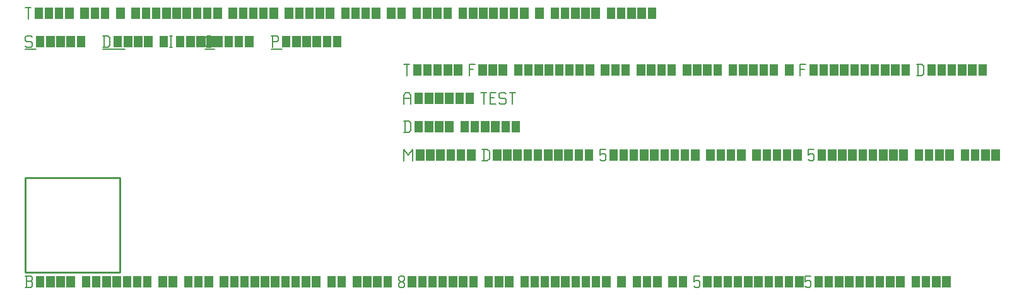
<source format=gbr>
G04 start of page 3 for group -1 layer_idx 16777221 *
G04 Title: Full overlap: the same line twice, <virtual group> *
G04 Creator: <version>
G04 CreationDate: <date>
G04 For:  *
G04 Format: Gerber/RS-274X *
G04 PCB-Dimensions: 50000 50000 *
G04 PCB-Coordinate-Origin: lower left *
%MOIN*%
%FSLAX25Y25*%
%LNFAB*%
%ADD14C,0.0100*%
%ADD13C,0.0001*%
%ADD12C,0.0060*%
G54D12*X3000Y125000D02*X3750Y124250D01*
X750Y125000D02*X3000D01*
X0Y124250D02*X750Y125000D01*
X0Y124250D02*Y122750D01*
X750Y122000D01*
X3000D01*
X3750Y121250D01*
Y119750D01*
X3000Y119000D02*X3750Y119750D01*
X750Y119000D02*X3000D01*
X0Y119750D02*X750Y119000D01*
G54D13*G36*
X5550Y125000D02*Y119000D01*
X10050D01*
Y125000D01*
X5550D01*
G37*
G36*
X10950D02*Y119000D01*
X15450D01*
Y125000D01*
X10950D01*
G37*
G36*
X16350D02*Y119000D01*
X20850D01*
Y125000D01*
X16350D01*
G37*
G36*
X21750D02*Y119000D01*
X26250D01*
Y125000D01*
X21750D01*
G37*
G36*
X27150D02*Y119000D01*
X31650D01*
Y125000D01*
X27150D01*
G37*
G54D12*X0Y118000D02*X5550D01*
X41750Y125000D02*Y119000D01*
X43700Y125000D02*X44750Y123950D01*
Y120050D01*
X43700Y119000D02*X44750Y120050D01*
X41000Y119000D02*X43700D01*
X41000Y125000D02*X43700D01*
G54D13*G36*
X46550D02*Y119000D01*
X51050D01*
Y125000D01*
X46550D01*
G37*
G36*
X51950D02*Y119000D01*
X56450D01*
Y125000D01*
X51950D01*
G37*
G36*
X57350D02*Y119000D01*
X61850D01*
Y125000D01*
X57350D01*
G37*
G36*
X62750D02*Y119000D01*
X67250D01*
Y125000D01*
X62750D01*
G37*
G36*
X70850D02*Y119000D01*
X75350D01*
Y125000D01*
X70850D01*
G37*
G54D12*X76250D02*X77750D01*
X77000D02*Y119000D01*
X76250D02*X77750D01*
G54D13*G36*
X79550Y125000D02*Y119000D01*
X84050D01*
Y125000D01*
X79550D01*
G37*
G36*
X84950D02*Y119000D01*
X89450D01*
Y125000D01*
X84950D01*
G37*
G36*
X90350D02*Y119000D01*
X94850D01*
Y125000D01*
X90350D01*
G37*
G36*
X95750D02*Y119000D01*
X100250D01*
Y125000D01*
X95750D01*
G37*
G54D12*X41000Y118000D02*X52550D01*
X96050Y119000D02*X98000D01*
X95000Y120050D02*X96050Y119000D01*
X95000Y123950D02*Y120050D01*
Y123950D02*X96050Y125000D01*
X98000D01*
G54D13*G36*
X99800D02*Y119000D01*
X104300D01*
Y125000D01*
X99800D01*
G37*
G36*
X105200D02*Y119000D01*
X109700D01*
Y125000D01*
X105200D01*
G37*
G36*
X110600D02*Y119000D01*
X115100D01*
Y125000D01*
X110600D01*
G37*
G36*
X116000D02*Y119000D01*
X120500D01*
Y125000D01*
X116000D01*
G37*
G54D12*X95000Y118000D02*X99800D01*
X130750Y125000D02*Y119000D01*
X130000Y125000D02*X133000D01*
X133750Y124250D01*
Y122750D01*
X133000Y122000D02*X133750Y122750D01*
X130750Y122000D02*X133000D01*
G54D13*G36*
X135550Y125000D02*Y119000D01*
X140050D01*
Y125000D01*
X135550D01*
G37*
G36*
X140950D02*Y119000D01*
X145450D01*
Y125000D01*
X140950D01*
G37*
G36*
X146350D02*Y119000D01*
X150850D01*
Y125000D01*
X146350D01*
G37*
G36*
X151750D02*Y119000D01*
X156250D01*
Y125000D01*
X151750D01*
G37*
G36*
X157150D02*Y119000D01*
X161650D01*
Y125000D01*
X157150D01*
G37*
G36*
X162550D02*Y119000D01*
X167050D01*
Y125000D01*
X162550D01*
G37*
G54D12*X130000Y118000D02*X135550D01*
X0Y140000D02*X3000D01*
X1500D02*Y134000D01*
G54D13*G36*
X4800Y140000D02*Y134000D01*
X9300D01*
Y140000D01*
X4800D01*
G37*
G36*
X10200D02*Y134000D01*
X14700D01*
Y140000D01*
X10200D01*
G37*
G36*
X15600D02*Y134000D01*
X20100D01*
Y140000D01*
X15600D01*
G37*
G36*
X21000D02*Y134000D01*
X25500D01*
Y140000D01*
X21000D01*
G37*
G36*
X29100D02*Y134000D01*
X33600D01*
Y140000D01*
X29100D01*
G37*
G36*
X34500D02*Y134000D01*
X39000D01*
Y140000D01*
X34500D01*
G37*
G36*
X39900D02*Y134000D01*
X44400D01*
Y140000D01*
X39900D01*
G37*
G36*
X48000D02*Y134000D01*
X52500D01*
Y140000D01*
X48000D01*
G37*
G36*
X56100D02*Y134000D01*
X60600D01*
Y140000D01*
X56100D01*
G37*
G36*
X61500D02*Y134000D01*
X66000D01*
Y140000D01*
X61500D01*
G37*
G36*
X66900D02*Y134000D01*
X71400D01*
Y140000D01*
X66900D01*
G37*
G36*
X72300D02*Y134000D01*
X76800D01*
Y140000D01*
X72300D01*
G37*
G36*
X77700D02*Y134000D01*
X82200D01*
Y140000D01*
X77700D01*
G37*
G36*
X83100D02*Y134000D01*
X87600D01*
Y140000D01*
X83100D01*
G37*
G36*
X88500D02*Y134000D01*
X93000D01*
Y140000D01*
X88500D01*
G37*
G36*
X93900D02*Y134000D01*
X98400D01*
Y140000D01*
X93900D01*
G37*
G36*
X99300D02*Y134000D01*
X103800D01*
Y140000D01*
X99300D01*
G37*
G36*
X107400D02*Y134000D01*
X111900D01*
Y140000D01*
X107400D01*
G37*
G36*
X112800D02*Y134000D01*
X117300D01*
Y140000D01*
X112800D01*
G37*
G36*
X118200D02*Y134000D01*
X122700D01*
Y140000D01*
X118200D01*
G37*
G36*
X123600D02*Y134000D01*
X128100D01*
Y140000D01*
X123600D01*
G37*
G36*
X129000D02*Y134000D01*
X133500D01*
Y140000D01*
X129000D01*
G37*
G36*
X137100D02*Y134000D01*
X141600D01*
Y140000D01*
X137100D01*
G37*
G36*
X142500D02*Y134000D01*
X147000D01*
Y140000D01*
X142500D01*
G37*
G36*
X147900D02*Y134000D01*
X152400D01*
Y140000D01*
X147900D01*
G37*
G36*
X153300D02*Y134000D01*
X157800D01*
Y140000D01*
X153300D01*
G37*
G36*
X158700D02*Y134000D01*
X163200D01*
Y140000D01*
X158700D01*
G37*
G36*
X166800D02*Y134000D01*
X171300D01*
Y140000D01*
X166800D01*
G37*
G36*
X172200D02*Y134000D01*
X176700D01*
Y140000D01*
X172200D01*
G37*
G36*
X177600D02*Y134000D01*
X182100D01*
Y140000D01*
X177600D01*
G37*
G36*
X183000D02*Y134000D01*
X187500D01*
Y140000D01*
X183000D01*
G37*
G36*
X191100D02*Y134000D01*
X195600D01*
Y140000D01*
X191100D01*
G37*
G36*
X196500D02*Y134000D01*
X201000D01*
Y140000D01*
X196500D01*
G37*
G36*
X204600D02*Y134000D01*
X209100D01*
Y140000D01*
X204600D01*
G37*
G36*
X210000D02*Y134000D01*
X214500D01*
Y140000D01*
X210000D01*
G37*
G36*
X215400D02*Y134000D01*
X219900D01*
Y140000D01*
X215400D01*
G37*
G36*
X220800D02*Y134000D01*
X225300D01*
Y140000D01*
X220800D01*
G37*
G36*
X228900D02*Y134000D01*
X233400D01*
Y140000D01*
X228900D01*
G37*
G36*
X234300D02*Y134000D01*
X238800D01*
Y140000D01*
X234300D01*
G37*
G36*
X239700D02*Y134000D01*
X244200D01*
Y140000D01*
X239700D01*
G37*
G36*
X245100D02*Y134000D01*
X249600D01*
Y140000D01*
X245100D01*
G37*
G36*
X250500D02*Y134000D01*
X255000D01*
Y140000D01*
X250500D01*
G37*
G36*
X255900D02*Y134000D01*
X260400D01*
Y140000D01*
X255900D01*
G37*
G36*
X261300D02*Y134000D01*
X265800D01*
Y140000D01*
X261300D01*
G37*
G36*
X269400D02*Y134000D01*
X273900D01*
Y140000D01*
X269400D01*
G37*
G36*
X277500D02*Y134000D01*
X282000D01*
Y140000D01*
X277500D01*
G37*
G36*
X282900D02*Y134000D01*
X287400D01*
Y140000D01*
X282900D01*
G37*
G36*
X288300D02*Y134000D01*
X292800D01*
Y140000D01*
X288300D01*
G37*
G36*
X293700D02*Y134000D01*
X298200D01*
Y140000D01*
X293700D01*
G37*
G36*
X299100D02*Y134000D01*
X303600D01*
Y140000D01*
X299100D01*
G37*
G36*
X307200D02*Y134000D01*
X311700D01*
Y140000D01*
X307200D01*
G37*
G36*
X312600D02*Y134000D01*
X317100D01*
Y140000D01*
X312600D01*
G37*
G36*
X318000D02*Y134000D01*
X322500D01*
Y140000D01*
X318000D01*
G37*
G36*
X323400D02*Y134000D01*
X327900D01*
Y140000D01*
X323400D01*
G37*
G36*
X328800D02*Y134000D01*
X333300D01*
Y140000D01*
X328800D01*
G37*
G54D14*X0Y50000D02*X50000D01*
X0D02*Y0D01*
X50000Y50000D02*Y0D01*
X0D02*X50000D01*
G54D12*X200000Y65000D02*Y59000D01*
Y65000D02*X202250Y62000D01*
X204500Y65000D01*
Y59000D01*
G54D13*G36*
X206300Y65000D02*Y59000D01*
X210800D01*
Y65000D01*
X206300D01*
G37*
G36*
X211700D02*Y59000D01*
X216200D01*
Y65000D01*
X211700D01*
G37*
G36*
X217100D02*Y59000D01*
X221600D01*
Y65000D01*
X217100D01*
G37*
G36*
X222500D02*Y59000D01*
X227000D01*
Y65000D01*
X222500D01*
G37*
G36*
X227900D02*Y59000D01*
X232400D01*
Y65000D01*
X227900D01*
G37*
G36*
X233300D02*Y59000D01*
X237800D01*
Y65000D01*
X233300D01*
G37*
G54D12*X242150D02*Y59000D01*
X244100Y65000D02*X245150Y63950D01*
Y60050D01*
X244100Y59000D02*X245150Y60050D01*
X241400Y59000D02*X244100D01*
X241400Y65000D02*X244100D01*
G54D13*G36*
X246950D02*Y59000D01*
X251450D01*
Y65000D01*
X246950D01*
G37*
G36*
X252350D02*Y59000D01*
X256850D01*
Y65000D01*
X252350D01*
G37*
G36*
X257750D02*Y59000D01*
X262250D01*
Y65000D01*
X257750D01*
G37*
G36*
X263150D02*Y59000D01*
X267650D01*
Y65000D01*
X263150D01*
G37*
G36*
X268550D02*Y59000D01*
X273050D01*
Y65000D01*
X268550D01*
G37*
G36*
X273950D02*Y59000D01*
X278450D01*
Y65000D01*
X273950D01*
G37*
G36*
X279350D02*Y59000D01*
X283850D01*
Y65000D01*
X279350D01*
G37*
G36*
X284750D02*Y59000D01*
X289250D01*
Y65000D01*
X284750D01*
G37*
G36*
X290150D02*Y59000D01*
X294650D01*
Y65000D01*
X290150D01*
G37*
G36*
X295550D02*Y59000D01*
X300050D01*
Y65000D01*
X295550D01*
G37*
G54D12*X303650D02*X306650D01*
X303650D02*Y62000D01*
X304400Y62750D01*
X305900D01*
X306650Y62000D01*
Y59750D01*
X305900Y59000D02*X306650Y59750D01*
X304400Y59000D02*X305900D01*
X303650Y59750D02*X304400Y59000D01*
G54D13*G36*
X308450Y65000D02*Y59000D01*
X312950D01*
Y65000D01*
X308450D01*
G37*
G36*
X313850D02*Y59000D01*
X318350D01*
Y65000D01*
X313850D01*
G37*
G36*
X319250D02*Y59000D01*
X323750D01*
Y65000D01*
X319250D01*
G37*
G36*
X324650D02*Y59000D01*
X329150D01*
Y65000D01*
X324650D01*
G37*
G36*
X330050D02*Y59000D01*
X334550D01*
Y65000D01*
X330050D01*
G37*
G36*
X335450D02*Y59000D01*
X339950D01*
Y65000D01*
X335450D01*
G37*
G36*
X340850D02*Y59000D01*
X345350D01*
Y65000D01*
X340850D01*
G37*
G36*
X346250D02*Y59000D01*
X350750D01*
Y65000D01*
X346250D01*
G37*
G36*
X351650D02*Y59000D01*
X356150D01*
Y65000D01*
X351650D01*
G37*
G36*
X359750D02*Y59000D01*
X364250D01*
Y65000D01*
X359750D01*
G37*
G36*
X365150D02*Y59000D01*
X369650D01*
Y65000D01*
X365150D01*
G37*
G36*
X370550D02*Y59000D01*
X375050D01*
Y65000D01*
X370550D01*
G37*
G36*
X375950D02*Y59000D01*
X380450D01*
Y65000D01*
X375950D01*
G37*
G36*
X384050D02*Y59000D01*
X388550D01*
Y65000D01*
X384050D01*
G37*
G36*
X389450D02*Y59000D01*
X393950D01*
Y65000D01*
X389450D01*
G37*
G36*
X394850D02*Y59000D01*
X399350D01*
Y65000D01*
X394850D01*
G37*
G36*
X400250D02*Y59000D01*
X404750D01*
Y65000D01*
X400250D01*
G37*
G36*
X405650D02*Y59000D01*
X410150D01*
Y65000D01*
X405650D01*
G37*
G54D12*X413750D02*X416750D01*
X413750D02*Y62000D01*
X414500Y62750D01*
X416000D01*
X416750Y62000D01*
Y59750D01*
X416000Y59000D02*X416750Y59750D01*
X414500Y59000D02*X416000D01*
X413750Y59750D02*X414500Y59000D01*
G54D13*G36*
X418550Y65000D02*Y59000D01*
X423050D01*
Y65000D01*
X418550D01*
G37*
G36*
X423950D02*Y59000D01*
X428450D01*
Y65000D01*
X423950D01*
G37*
G36*
X429350D02*Y59000D01*
X433850D01*
Y65000D01*
X429350D01*
G37*
G36*
X434750D02*Y59000D01*
X439250D01*
Y65000D01*
X434750D01*
G37*
G36*
X440150D02*Y59000D01*
X444650D01*
Y65000D01*
X440150D01*
G37*
G36*
X445550D02*Y59000D01*
X450050D01*
Y65000D01*
X445550D01*
G37*
G36*
X450950D02*Y59000D01*
X455450D01*
Y65000D01*
X450950D01*
G37*
G36*
X456350D02*Y59000D01*
X460850D01*
Y65000D01*
X456350D01*
G37*
G36*
X461750D02*Y59000D01*
X466250D01*
Y65000D01*
X461750D01*
G37*
G36*
X469850D02*Y59000D01*
X474350D01*
Y65000D01*
X469850D01*
G37*
G36*
X475250D02*Y59000D01*
X479750D01*
Y65000D01*
X475250D01*
G37*
G36*
X480650D02*Y59000D01*
X485150D01*
Y65000D01*
X480650D01*
G37*
G36*
X486050D02*Y59000D01*
X490550D01*
Y65000D01*
X486050D01*
G37*
G36*
X494150D02*Y59000D01*
X498650D01*
Y65000D01*
X494150D01*
G37*
G36*
X499550D02*Y59000D01*
X504050D01*
Y65000D01*
X499550D01*
G37*
G36*
X504950D02*Y59000D01*
X509450D01*
Y65000D01*
X504950D01*
G37*
G36*
X510350D02*Y59000D01*
X514850D01*
Y65000D01*
X510350D01*
G37*
G54D12*X0Y-8000D02*X3000D01*
X3750Y-7250D01*
Y-5450D02*Y-7250D01*
X3000Y-4700D02*X3750Y-5450D01*
X750Y-4700D02*X3000D01*
X750Y-2000D02*Y-8000D01*
X0Y-2000D02*X3000D01*
X3750Y-2750D01*
Y-3950D01*
X3000Y-4700D02*X3750Y-3950D01*
G54D13*G36*
X5550Y-2000D02*Y-8000D01*
X10050D01*
Y-2000D01*
X5550D01*
G37*
G36*
X10950D02*Y-8000D01*
X15450D01*
Y-2000D01*
X10950D01*
G37*
G36*
X16350D02*Y-8000D01*
X20850D01*
Y-2000D01*
X16350D01*
G37*
G36*
X21750D02*Y-8000D01*
X26250D01*
Y-2000D01*
X21750D01*
G37*
G36*
X29850D02*Y-8000D01*
X34350D01*
Y-2000D01*
X29850D01*
G37*
G36*
X35250D02*Y-8000D01*
X39750D01*
Y-2000D01*
X35250D01*
G37*
G36*
X40650D02*Y-8000D01*
X45150D01*
Y-2000D01*
X40650D01*
G37*
G36*
X46050D02*Y-8000D01*
X50550D01*
Y-2000D01*
X46050D01*
G37*
G36*
X51450D02*Y-8000D01*
X55950D01*
Y-2000D01*
X51450D01*
G37*
G36*
X56850D02*Y-8000D01*
X61350D01*
Y-2000D01*
X56850D01*
G37*
G36*
X62250D02*Y-8000D01*
X66750D01*
Y-2000D01*
X62250D01*
G37*
G36*
X70350D02*Y-8000D01*
X74850D01*
Y-2000D01*
X70350D01*
G37*
G36*
X75750D02*Y-8000D01*
X80250D01*
Y-2000D01*
X75750D01*
G37*
G36*
X83850D02*Y-8000D01*
X88350D01*
Y-2000D01*
X83850D01*
G37*
G36*
X89250D02*Y-8000D01*
X93750D01*
Y-2000D01*
X89250D01*
G37*
G36*
X94650D02*Y-8000D01*
X99150D01*
Y-2000D01*
X94650D01*
G37*
G36*
X102750D02*Y-8000D01*
X107250D01*
Y-2000D01*
X102750D01*
G37*
G36*
X108150D02*Y-8000D01*
X112650D01*
Y-2000D01*
X108150D01*
G37*
G36*
X113550D02*Y-8000D01*
X118050D01*
Y-2000D01*
X113550D01*
G37*
G36*
X118950D02*Y-8000D01*
X123450D01*
Y-2000D01*
X118950D01*
G37*
G36*
X124350D02*Y-8000D01*
X128850D01*
Y-2000D01*
X124350D01*
G37*
G36*
X129750D02*Y-8000D01*
X134250D01*
Y-2000D01*
X129750D01*
G37*
G36*
X135150D02*Y-8000D01*
X139650D01*
Y-2000D01*
X135150D01*
G37*
G36*
X140550D02*Y-8000D01*
X145050D01*
Y-2000D01*
X140550D01*
G37*
G36*
X145950D02*Y-8000D01*
X150450D01*
Y-2000D01*
X145950D01*
G37*
G36*
X151350D02*Y-8000D01*
X155850D01*
Y-2000D01*
X151350D01*
G37*
G36*
X159450D02*Y-8000D01*
X163950D01*
Y-2000D01*
X159450D01*
G37*
G36*
X164850D02*Y-8000D01*
X169350D01*
Y-2000D01*
X164850D01*
G37*
G36*
X172950D02*Y-8000D01*
X177450D01*
Y-2000D01*
X172950D01*
G37*
G36*
X178350D02*Y-8000D01*
X182850D01*
Y-2000D01*
X178350D01*
G37*
G36*
X183750D02*Y-8000D01*
X188250D01*
Y-2000D01*
X183750D01*
G37*
G36*
X189150D02*Y-8000D01*
X193650D01*
Y-2000D01*
X189150D01*
G37*
G54D12*X197250Y-7250D02*X198000Y-8000D01*
X197250Y-6050D02*Y-7250D01*
Y-6050D02*X198300Y-5000D01*
X199200D01*
X200250Y-6050D01*
Y-7250D01*
X199500Y-8000D02*X200250Y-7250D01*
X198000Y-8000D02*X199500D01*
X197250Y-3950D02*X198300Y-5000D01*
X197250Y-2750D02*Y-3950D01*
Y-2750D02*X198000Y-2000D01*
X199500D01*
X200250Y-2750D01*
Y-3950D01*
X199200Y-5000D02*X200250Y-3950D01*
G54D13*G36*
X202050Y-2000D02*Y-8000D01*
X206550D01*
Y-2000D01*
X202050D01*
G37*
G36*
X207450D02*Y-8000D01*
X211950D01*
Y-2000D01*
X207450D01*
G37*
G36*
X212850D02*Y-8000D01*
X217350D01*
Y-2000D01*
X212850D01*
G37*
G36*
X218250D02*Y-8000D01*
X222750D01*
Y-2000D01*
X218250D01*
G37*
G36*
X223650D02*Y-8000D01*
X228150D01*
Y-2000D01*
X223650D01*
G37*
G36*
X229050D02*Y-8000D01*
X233550D01*
Y-2000D01*
X229050D01*
G37*
G36*
X234450D02*Y-8000D01*
X238950D01*
Y-2000D01*
X234450D01*
G37*
G36*
X242550D02*Y-8000D01*
X247050D01*
Y-2000D01*
X242550D01*
G37*
G36*
X247950D02*Y-8000D01*
X252450D01*
Y-2000D01*
X247950D01*
G37*
G36*
X253350D02*Y-8000D01*
X257850D01*
Y-2000D01*
X253350D01*
G37*
G36*
X261450D02*Y-8000D01*
X265950D01*
Y-2000D01*
X261450D01*
G37*
G36*
X266850D02*Y-8000D01*
X271350D01*
Y-2000D01*
X266850D01*
G37*
G36*
X272250D02*Y-8000D01*
X276750D01*
Y-2000D01*
X272250D01*
G37*
G36*
X277650D02*Y-8000D01*
X282150D01*
Y-2000D01*
X277650D01*
G37*
G36*
X283050D02*Y-8000D01*
X287550D01*
Y-2000D01*
X283050D01*
G37*
G36*
X288450D02*Y-8000D01*
X292950D01*
Y-2000D01*
X288450D01*
G37*
G36*
X293850D02*Y-8000D01*
X298350D01*
Y-2000D01*
X293850D01*
G37*
G36*
X299250D02*Y-8000D01*
X303750D01*
Y-2000D01*
X299250D01*
G37*
G36*
X304650D02*Y-8000D01*
X309150D01*
Y-2000D01*
X304650D01*
G37*
G36*
X312750D02*Y-8000D01*
X317250D01*
Y-2000D01*
X312750D01*
G37*
G36*
X320850D02*Y-8000D01*
X325350D01*
Y-2000D01*
X320850D01*
G37*
G36*
X326250D02*Y-8000D01*
X330750D01*
Y-2000D01*
X326250D01*
G37*
G36*
X331650D02*Y-8000D01*
X336150D01*
Y-2000D01*
X331650D01*
G37*
G36*
X339750D02*Y-8000D01*
X344250D01*
Y-2000D01*
X339750D01*
G37*
G36*
X345150D02*Y-8000D01*
X349650D01*
Y-2000D01*
X345150D01*
G37*
G54D12*X353250D02*X356250D01*
X353250D02*Y-5000D01*
X354000Y-4250D01*
X355500D01*
X356250Y-5000D01*
Y-7250D01*
X355500Y-8000D02*X356250Y-7250D01*
X354000Y-8000D02*X355500D01*
X353250Y-7250D02*X354000Y-8000D01*
G54D13*G36*
X358050Y-2000D02*Y-8000D01*
X362550D01*
Y-2000D01*
X358050D01*
G37*
G36*
X363450D02*Y-8000D01*
X367950D01*
Y-2000D01*
X363450D01*
G37*
G36*
X368850D02*Y-8000D01*
X373350D01*
Y-2000D01*
X368850D01*
G37*
G36*
X374250D02*Y-8000D01*
X378750D01*
Y-2000D01*
X374250D01*
G37*
G36*
X379650D02*Y-8000D01*
X384150D01*
Y-2000D01*
X379650D01*
G37*
G36*
X385050D02*Y-8000D01*
X389550D01*
Y-2000D01*
X385050D01*
G37*
G36*
X390450D02*Y-8000D01*
X394950D01*
Y-2000D01*
X390450D01*
G37*
G36*
X395850D02*Y-8000D01*
X400350D01*
Y-2000D01*
X395850D01*
G37*
G36*
X401250D02*Y-8000D01*
X405750D01*
Y-2000D01*
X401250D01*
G37*
G36*
X406650D02*Y-8000D01*
X411150D01*
Y-2000D01*
X406650D01*
G37*
G54D12*X412050D02*X415050D01*
X412050D02*Y-5000D01*
X412800Y-4250D01*
X414300D01*
X415050Y-5000D01*
Y-7250D01*
X414300Y-8000D02*X415050Y-7250D01*
X412800Y-8000D02*X414300D01*
X412050Y-7250D02*X412800Y-8000D01*
G54D13*G36*
X416850Y-2000D02*Y-8000D01*
X421350D01*
Y-2000D01*
X416850D01*
G37*
G36*
X422250D02*Y-8000D01*
X426750D01*
Y-2000D01*
X422250D01*
G37*
G36*
X427650D02*Y-8000D01*
X432150D01*
Y-2000D01*
X427650D01*
G37*
G36*
X433050D02*Y-8000D01*
X437550D01*
Y-2000D01*
X433050D01*
G37*
G36*
X438450D02*Y-8000D01*
X442950D01*
Y-2000D01*
X438450D01*
G37*
G36*
X443850D02*Y-8000D01*
X448350D01*
Y-2000D01*
X443850D01*
G37*
G36*
X449250D02*Y-8000D01*
X453750D01*
Y-2000D01*
X449250D01*
G37*
G36*
X454650D02*Y-8000D01*
X459150D01*
Y-2000D01*
X454650D01*
G37*
G36*
X460050D02*Y-8000D01*
X464550D01*
Y-2000D01*
X460050D01*
G37*
G36*
X468150D02*Y-8000D01*
X472650D01*
Y-2000D01*
X468150D01*
G37*
G36*
X473550D02*Y-8000D01*
X478050D01*
Y-2000D01*
X473550D01*
G37*
G36*
X478950D02*Y-8000D01*
X483450D01*
Y-2000D01*
X478950D01*
G37*
G36*
X484350D02*Y-8000D01*
X488850D01*
Y-2000D01*
X484350D01*
G37*
G54D12*X200750Y80000D02*Y74000D01*
X202700Y80000D02*X203750Y78950D01*
Y75050D01*
X202700Y74000D02*X203750Y75050D01*
X200000Y74000D02*X202700D01*
X200000Y80000D02*X202700D01*
G54D13*G36*
X205550D02*Y74000D01*
X210050D01*
Y80000D01*
X205550D01*
G37*
G36*
X210950D02*Y74000D01*
X215450D01*
Y80000D01*
X210950D01*
G37*
G36*
X216350D02*Y74000D01*
X220850D01*
Y80000D01*
X216350D01*
G37*
G36*
X221750D02*Y74000D01*
X226250D01*
Y80000D01*
X221750D01*
G37*
G36*
X229850D02*Y74000D01*
X234350D01*
Y80000D01*
X229850D01*
G37*
G36*
X235250D02*Y74000D01*
X239750D01*
Y80000D01*
X235250D01*
G37*
G36*
X240650D02*Y74000D01*
X245150D01*
Y80000D01*
X240650D01*
G37*
G36*
X246050D02*Y74000D01*
X250550D01*
Y80000D01*
X246050D01*
G37*
G36*
X251450D02*Y74000D01*
X255950D01*
Y80000D01*
X251450D01*
G37*
G36*
X256850D02*Y74000D01*
X261350D01*
Y80000D01*
X256850D01*
G37*
G54D12*X200000Y93500D02*Y89000D01*
Y93500D02*X201050Y95000D01*
X202700D01*
X203750Y93500D01*
Y89000D01*
X200000Y92000D02*X203750D01*
G54D13*G36*
X205550Y95000D02*Y89000D01*
X210050D01*
Y95000D01*
X205550D01*
G37*
G36*
X210950D02*Y89000D01*
X215450D01*
Y95000D01*
X210950D01*
G37*
G36*
X216350D02*Y89000D01*
X220850D01*
Y95000D01*
X216350D01*
G37*
G36*
X221750D02*Y89000D01*
X226250D01*
Y95000D01*
X221750D01*
G37*
G36*
X227150D02*Y89000D01*
X231650D01*
Y95000D01*
X227150D01*
G37*
G36*
X232550D02*Y89000D01*
X237050D01*
Y95000D01*
X232550D01*
G37*
G54D12*X240650D02*X243650D01*
X242150D02*Y89000D01*
X245450Y92300D02*X247700D01*
X245450Y89000D02*X248450D01*
X245450Y95000D02*Y89000D01*
Y95000D02*X248450D01*
X253250D02*X254000Y94250D01*
X251000Y95000D02*X253250D01*
X250250Y94250D02*X251000Y95000D01*
X250250Y94250D02*Y92750D01*
X251000Y92000D01*
X253250D01*
X254000Y91250D01*
Y89750D01*
X253250Y89000D02*X254000Y89750D01*
X251000Y89000D02*X253250D01*
X250250Y89750D02*X251000Y89000D01*
X255800Y95000D02*X258800D01*
X257300D02*Y89000D01*
X200000Y110000D02*X203000D01*
X201500D02*Y104000D01*
G54D13*G36*
X204800Y110000D02*Y104000D01*
X209300D01*
Y110000D01*
X204800D01*
G37*
G36*
X210200D02*Y104000D01*
X214700D01*
Y110000D01*
X210200D01*
G37*
G36*
X215600D02*Y104000D01*
X220100D01*
Y110000D01*
X215600D01*
G37*
G36*
X221000D02*Y104000D01*
X225500D01*
Y110000D01*
X221000D01*
G37*
G36*
X226400D02*Y104000D01*
X230900D01*
Y110000D01*
X226400D01*
G37*
G54D12*X234500D02*Y104000D01*
Y110000D02*X237500D01*
X234500Y107300D02*X236750D01*
G54D13*G36*
X239300Y110000D02*Y104000D01*
X243800D01*
Y110000D01*
X239300D01*
G37*
G36*
X244700D02*Y104000D01*
X249200D01*
Y110000D01*
X244700D01*
G37*
G36*
X250100D02*Y104000D01*
X254600D01*
Y110000D01*
X250100D01*
G37*
G36*
X258200D02*Y104000D01*
X262700D01*
Y110000D01*
X258200D01*
G37*
G36*
X263600D02*Y104000D01*
X268100D01*
Y110000D01*
X263600D01*
G37*
G36*
X269000D02*Y104000D01*
X273500D01*
Y110000D01*
X269000D01*
G37*
G36*
X274400D02*Y104000D01*
X278900D01*
Y110000D01*
X274400D01*
G37*
G36*
X279800D02*Y104000D01*
X284300D01*
Y110000D01*
X279800D01*
G37*
G36*
X285200D02*Y104000D01*
X289700D01*
Y110000D01*
X285200D01*
G37*
G36*
X290600D02*Y104000D01*
X295100D01*
Y110000D01*
X290600D01*
G37*
G36*
X296000D02*Y104000D01*
X300500D01*
Y110000D01*
X296000D01*
G37*
G36*
X304100D02*Y104000D01*
X308600D01*
Y110000D01*
X304100D01*
G37*
G36*
X309500D02*Y104000D01*
X314000D01*
Y110000D01*
X309500D01*
G37*
G36*
X314900D02*Y104000D01*
X319400D01*
Y110000D01*
X314900D01*
G37*
G36*
X323000D02*Y104000D01*
X327500D01*
Y110000D01*
X323000D01*
G37*
G36*
X328400D02*Y104000D01*
X332900D01*
Y110000D01*
X328400D01*
G37*
G36*
X333800D02*Y104000D01*
X338300D01*
Y110000D01*
X333800D01*
G37*
G36*
X339200D02*Y104000D01*
X343700D01*
Y110000D01*
X339200D01*
G37*
G36*
X347300D02*Y104000D01*
X351800D01*
Y110000D01*
X347300D01*
G37*
G36*
X352700D02*Y104000D01*
X357200D01*
Y110000D01*
X352700D01*
G37*
G36*
X358100D02*Y104000D01*
X362600D01*
Y110000D01*
X358100D01*
G37*
G36*
X363500D02*Y104000D01*
X368000D01*
Y110000D01*
X363500D01*
G37*
G36*
X371600D02*Y104000D01*
X376100D01*
Y110000D01*
X371600D01*
G37*
G36*
X377000D02*Y104000D01*
X381500D01*
Y110000D01*
X377000D01*
G37*
G36*
X382400D02*Y104000D01*
X386900D01*
Y110000D01*
X382400D01*
G37*
G36*
X387800D02*Y104000D01*
X392300D01*
Y110000D01*
X387800D01*
G37*
G36*
X393200D02*Y104000D01*
X397700D01*
Y110000D01*
X393200D01*
G37*
G36*
X401300D02*Y104000D01*
X405800D01*
Y110000D01*
X401300D01*
G37*
G54D12*X409400D02*Y104000D01*
Y110000D02*X412400D01*
X409400Y107300D02*X411650D01*
G54D13*G36*
X414200Y110000D02*Y104000D01*
X418700D01*
Y110000D01*
X414200D01*
G37*
G36*
X419600D02*Y104000D01*
X424100D01*
Y110000D01*
X419600D01*
G37*
G36*
X425000D02*Y104000D01*
X429500D01*
Y110000D01*
X425000D01*
G37*
G36*
X430400D02*Y104000D01*
X434900D01*
Y110000D01*
X430400D01*
G37*
G36*
X435800D02*Y104000D01*
X440300D01*
Y110000D01*
X435800D01*
G37*
G36*
X441200D02*Y104000D01*
X445700D01*
Y110000D01*
X441200D01*
G37*
G36*
X446600D02*Y104000D01*
X451100D01*
Y110000D01*
X446600D01*
G37*
G36*
X452000D02*Y104000D01*
X456500D01*
Y110000D01*
X452000D01*
G37*
G36*
X457400D02*Y104000D01*
X461900D01*
Y110000D01*
X457400D01*
G37*
G36*
X462800D02*Y104000D01*
X467300D01*
Y110000D01*
X462800D01*
G37*
G54D12*X471650D02*Y104000D01*
X473600Y110000D02*X474650Y108950D01*
Y105050D01*
X473600Y104000D02*X474650Y105050D01*
X470900Y104000D02*X473600D01*
X470900Y110000D02*X473600D01*
G54D13*G36*
X476450D02*Y104000D01*
X480950D01*
Y110000D01*
X476450D01*
G37*
G36*
X481850D02*Y104000D01*
X486350D01*
Y110000D01*
X481850D01*
G37*
G36*
X487250D02*Y104000D01*
X491750D01*
Y110000D01*
X487250D01*
G37*
G36*
X492650D02*Y104000D01*
X497150D01*
Y110000D01*
X492650D01*
G37*
G36*
X498050D02*Y104000D01*
X502550D01*
Y110000D01*
X498050D01*
G37*
G36*
X503450D02*Y104000D01*
X507950D01*
Y110000D01*
X503450D01*
G37*
M02*

</source>
